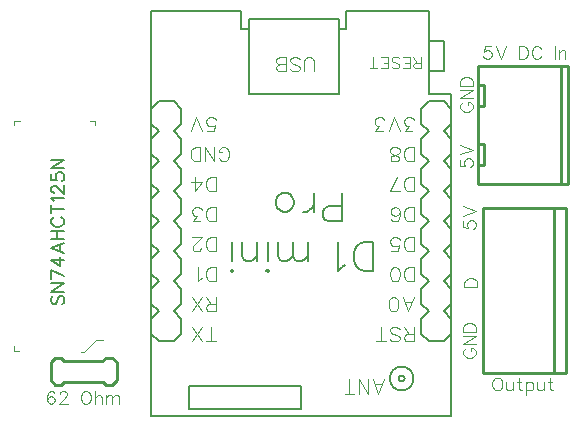
<source format=gto>
G04 Layer: TopSilkLayer*
G04 EasyEDA v6.4.25, 2021-11-13T16:36:47+01:00*
G04 fbf2b491685049a8bfad643619c64f1f,1776d3e4676a440d9a66004cab294cc2,10*
G04 Gerber Generator version 0.2*
G04 Scale: 100 percent, Rotated: No, Reflected: No *
G04 Dimensions in millimeters *
G04 leading zeros omitted , absolute positions ,4 integer and 5 decimal *
%FSLAX45Y45*%
%MOMM*%

%ADD10C,0.2540*%
%ADD18C,0.1001*%
%ADD19C,0.1270*%
%ADD20C,0.1500*%
%ADD21C,0.1010*%
%ADD22C,0.1016*%
%ADD23C,0.0813*%
%ADD24C,0.2032*%

%LPD*%
D20*
X560831Y1355344D02*
G01*
X550418Y1344929D01*
X545337Y1329436D01*
X545337Y1308607D01*
X550418Y1293113D01*
X560831Y1282700D01*
X571245Y1282700D01*
X581660Y1287779D01*
X586739Y1293113D01*
X591820Y1303528D01*
X602234Y1334515D01*
X607568Y1344929D01*
X612647Y1350010D01*
X623062Y1355344D01*
X638555Y1355344D01*
X648970Y1344929D01*
X654050Y1329436D01*
X654050Y1308607D01*
X648970Y1293113D01*
X638555Y1282700D01*
X545337Y1389634D02*
G01*
X654050Y1389634D01*
X545337Y1389634D02*
G01*
X654050Y1462023D01*
X545337Y1462023D02*
G01*
X654050Y1462023D01*
X545337Y1568957D02*
G01*
X654050Y1517142D01*
X545337Y1496313D02*
G01*
X545337Y1568957D01*
X545337Y1655063D02*
G01*
X617981Y1603247D01*
X617981Y1680971D01*
X545337Y1655063D02*
G01*
X654050Y1655063D01*
X545337Y1756663D02*
G01*
X654050Y1715262D01*
X545337Y1756663D02*
G01*
X654050Y1798320D01*
X617981Y1730755D02*
G01*
X617981Y1782571D01*
X545337Y1832355D02*
G01*
X654050Y1832355D01*
X545337Y1905000D02*
G01*
X654050Y1905000D01*
X597154Y1832355D02*
G01*
X597154Y1905000D01*
X571245Y2017013D02*
G01*
X560831Y2011934D01*
X550418Y2001520D01*
X545337Y1991105D01*
X545337Y1970531D01*
X550418Y1960118D01*
X560831Y1949704D01*
X571245Y1944370D01*
X586739Y1939289D01*
X612647Y1939289D01*
X628142Y1944370D01*
X638555Y1949704D01*
X648970Y1960118D01*
X654050Y1970531D01*
X654050Y1991105D01*
X648970Y2001520D01*
X638555Y2011934D01*
X628142Y2017013D01*
X545337Y2087626D02*
G01*
X654050Y2087626D01*
X545337Y2051304D02*
G01*
X545337Y2123947D01*
X565912Y2158237D02*
G01*
X560831Y2168652D01*
X545337Y2184145D01*
X654050Y2184145D01*
X571245Y2223515D02*
G01*
X565912Y2223515D01*
X555752Y2228595D01*
X550418Y2233929D01*
X545337Y2244344D01*
X545337Y2264918D01*
X550418Y2275331D01*
X555752Y2280665D01*
X565912Y2285745D01*
X576326Y2285745D01*
X586739Y2280665D01*
X602234Y2270252D01*
X654050Y2218436D01*
X654050Y2290826D01*
X545337Y2387345D02*
G01*
X545337Y2335529D01*
X591820Y2330450D01*
X586739Y2335529D01*
X581660Y2351023D01*
X581660Y2366771D01*
X586739Y2382265D01*
X597154Y2392679D01*
X612647Y2397760D01*
X623062Y2397760D01*
X638555Y2392679D01*
X648970Y2382265D01*
X654050Y2366771D01*
X654050Y2351023D01*
X648970Y2335529D01*
X643889Y2330450D01*
X633476Y2325115D01*
X545337Y2432050D02*
G01*
X654050Y2432050D01*
X545337Y2432050D02*
G01*
X654050Y2504694D01*
X545337Y2504694D02*
G01*
X654050Y2504694D01*
D21*
X4005138Y2505430D02*
G01*
X4005138Y2453614D01*
X4051620Y2448280D01*
X4046540Y2453614D01*
X4041460Y2469108D01*
X4041460Y2484602D01*
X4046540Y2500350D01*
X4056954Y2510510D01*
X4072448Y2515844D01*
X4082862Y2515844D01*
X4098356Y2510510D01*
X4108770Y2500350D01*
X4113850Y2484602D01*
X4113850Y2469108D01*
X4108770Y2453614D01*
X4103690Y2448280D01*
X4093276Y2443200D01*
X4005138Y2550134D02*
G01*
X4113850Y2591536D01*
X4005138Y2632938D02*
G01*
X4113850Y2591536D01*
X4031046Y2990824D02*
G01*
X4020632Y2985744D01*
X4010218Y2975330D01*
X4005138Y2964916D01*
X4005138Y2944342D01*
X4010218Y2933928D01*
X4020632Y2923514D01*
X4031046Y2918180D01*
X4046540Y2913100D01*
X4072448Y2913100D01*
X4087942Y2918180D01*
X4098356Y2923514D01*
X4108770Y2933928D01*
X4113850Y2944342D01*
X4113850Y2964916D01*
X4108770Y2975330D01*
X4098356Y2985744D01*
X4087942Y2990824D01*
X4072448Y2990824D01*
X4072448Y2964916D02*
G01*
X4072448Y2990824D01*
X4005138Y3025114D02*
G01*
X4113850Y3025114D01*
X4005138Y3025114D02*
G01*
X4113850Y3097758D01*
X4005138Y3097758D02*
G01*
X4113850Y3097758D01*
X4005138Y3132048D02*
G01*
X4113850Y3132048D01*
X4005138Y3132048D02*
G01*
X4005138Y3168370D01*
X4010218Y3183864D01*
X4020632Y3194278D01*
X4031046Y3199358D01*
X4046540Y3204692D01*
X4072448Y3204692D01*
X4087942Y3199358D01*
X4098356Y3194278D01*
X4108770Y3183864D01*
X4113850Y3168370D01*
X4113850Y3132048D01*
X4030538Y1984730D02*
G01*
X4030538Y1932914D01*
X4077020Y1927580D01*
X4071940Y1932914D01*
X4066860Y1948408D01*
X4066860Y1963902D01*
X4071940Y1979650D01*
X4082354Y1989810D01*
X4097848Y1995144D01*
X4108262Y1995144D01*
X4123756Y1989810D01*
X4134170Y1979650D01*
X4139250Y1963902D01*
X4139250Y1948408D01*
X4134170Y1932914D01*
X4129090Y1927580D01*
X4118676Y1922500D01*
X4030538Y2029434D02*
G01*
X4139250Y2070836D01*
X4030538Y2112238D02*
G01*
X4139250Y2070836D01*
X4056446Y908024D02*
G01*
X4046032Y902944D01*
X4035618Y892530D01*
X4030538Y882116D01*
X4030538Y861542D01*
X4035618Y851128D01*
X4046032Y840714D01*
X4056446Y835380D01*
X4071940Y830300D01*
X4097848Y830300D01*
X4113342Y835380D01*
X4123756Y840714D01*
X4134170Y851128D01*
X4139250Y861542D01*
X4139250Y882116D01*
X4134170Y892530D01*
X4123756Y902944D01*
X4113342Y908024D01*
X4097848Y908024D01*
X4097848Y882116D02*
G01*
X4097848Y908024D01*
X4030538Y942314D02*
G01*
X4139250Y942314D01*
X4030538Y942314D02*
G01*
X4139250Y1014958D01*
X4030538Y1014958D02*
G01*
X4139250Y1014958D01*
X4030538Y1049248D02*
G01*
X4139250Y1049248D01*
X4030538Y1049248D02*
G01*
X4030538Y1085570D01*
X4035618Y1101064D01*
X4046032Y1111478D01*
X4056446Y1116558D01*
X4071940Y1121892D01*
X4097848Y1121892D01*
X4113342Y1116558D01*
X4123756Y1111478D01*
X4134170Y1101064D01*
X4139250Y1085570D01*
X4139250Y1049248D01*
X4043151Y1427286D02*
G01*
X4152117Y1427286D01*
X4043151Y1427286D02*
G01*
X4043151Y1463608D01*
X4048231Y1479102D01*
X4058645Y1489516D01*
X4069059Y1494596D01*
X4084553Y1499930D01*
X4110461Y1499930D01*
X4126209Y1494596D01*
X4136623Y1489516D01*
X4146783Y1479102D01*
X4152117Y1463608D01*
X4152117Y1427286D01*
X4265929Y3467862D02*
G01*
X4214113Y3467862D01*
X4208779Y3421379D01*
X4214113Y3426460D01*
X4229608Y3431539D01*
X4245102Y3431539D01*
X4260850Y3426460D01*
X4271009Y3416045D01*
X4276343Y3400552D01*
X4276343Y3390137D01*
X4271009Y3374644D01*
X4260850Y3364229D01*
X4245102Y3359150D01*
X4229608Y3359150D01*
X4214113Y3364229D01*
X4208779Y3369310D01*
X4203700Y3379723D01*
X4310634Y3467862D02*
G01*
X4352036Y3359150D01*
X4393438Y3467862D02*
G01*
X4352036Y3359150D01*
X4507738Y3467862D02*
G01*
X4507738Y3359150D01*
X4507738Y3467862D02*
G01*
X4543806Y3467862D01*
X4559554Y3462781D01*
X4569968Y3452368D01*
X4575047Y3441954D01*
X4580127Y3426460D01*
X4580127Y3400552D01*
X4575047Y3385057D01*
X4569968Y3374644D01*
X4559554Y3364229D01*
X4543806Y3359150D01*
X4507738Y3359150D01*
X4692141Y3441954D02*
G01*
X4687061Y3452368D01*
X4676647Y3462781D01*
X4666234Y3467862D01*
X4645659Y3467862D01*
X4635245Y3462781D01*
X4624831Y3452368D01*
X4619752Y3441954D01*
X4614418Y3426460D01*
X4614418Y3400552D01*
X4619752Y3385057D01*
X4624831Y3374644D01*
X4635245Y3364229D01*
X4645659Y3359150D01*
X4666234Y3359150D01*
X4676647Y3364229D01*
X4687061Y3374644D01*
X4692141Y3385057D01*
X4806441Y3467862D02*
G01*
X4806441Y3359150D01*
X4840477Y3431539D02*
G01*
X4840477Y3359150D01*
X4840477Y3410965D02*
G01*
X4856225Y3426460D01*
X4866640Y3431539D01*
X4882134Y3431539D01*
X4892547Y3426460D01*
X4897627Y3410965D01*
X4897627Y3359150D01*
X4311075Y661187D02*
G01*
X4300661Y656107D01*
X4290247Y645693D01*
X4285167Y635279D01*
X4279833Y619785D01*
X4279833Y593877D01*
X4285167Y578129D01*
X4290247Y567969D01*
X4300661Y557555D01*
X4311075Y552221D01*
X4331649Y552221D01*
X4342063Y557555D01*
X4352477Y567969D01*
X4357811Y578129D01*
X4362891Y593877D01*
X4362891Y619785D01*
X4357811Y635279D01*
X4352477Y645693D01*
X4342063Y656107D01*
X4331649Y661187D01*
X4311075Y661187D01*
X4397181Y624865D02*
G01*
X4397181Y573049D01*
X4402261Y557555D01*
X4412675Y552221D01*
X4428169Y552221D01*
X4438583Y557555D01*
X4454077Y573049D01*
X4454077Y624865D02*
G01*
X4454077Y552221D01*
X4503861Y661187D02*
G01*
X4503861Y573049D01*
X4509195Y557555D01*
X4519609Y552221D01*
X4529769Y552221D01*
X4488367Y624865D02*
G01*
X4524689Y624865D01*
X4564059Y624865D02*
G01*
X4564059Y515899D01*
X4564059Y609371D02*
G01*
X4574473Y619785D01*
X4584887Y624865D01*
X4600381Y624865D01*
X4610795Y619785D01*
X4621209Y609371D01*
X4626289Y593877D01*
X4626289Y583463D01*
X4621209Y567969D01*
X4610795Y557555D01*
X4600381Y552221D01*
X4584887Y552221D01*
X4574473Y557555D01*
X4564059Y567969D01*
X4660579Y624865D02*
G01*
X4660579Y573049D01*
X4665659Y557555D01*
X4676073Y552221D01*
X4691821Y552221D01*
X4701981Y557555D01*
X4717729Y573049D01*
X4717729Y624865D02*
G01*
X4717729Y552221D01*
X4767513Y661187D02*
G01*
X4767513Y573049D01*
X4772593Y557555D01*
X4783007Y552221D01*
X4793421Y552221D01*
X4751765Y624865D02*
G01*
X4788087Y624865D01*
X570229Y531368D02*
G01*
X565150Y541781D01*
X549402Y546862D01*
X539242Y546862D01*
X523494Y541781D01*
X513079Y526287D01*
X508000Y500379D01*
X508000Y474218D01*
X513079Y453644D01*
X523494Y443229D01*
X539242Y438150D01*
X544321Y438150D01*
X559815Y443229D01*
X570229Y453644D01*
X575310Y469137D01*
X575310Y474218D01*
X570229Y489965D01*
X559815Y500379D01*
X544321Y505460D01*
X539242Y505460D01*
X523494Y500379D01*
X513079Y489965D01*
X508000Y474218D01*
X614934Y520954D02*
G01*
X614934Y526287D01*
X620013Y536447D01*
X625094Y541781D01*
X635507Y546862D01*
X656336Y546862D01*
X666750Y541781D01*
X671829Y536447D01*
X677163Y526287D01*
X677163Y515873D01*
X671829Y505460D01*
X661415Y489965D01*
X609600Y438150D01*
X682244Y438150D01*
X827531Y546862D02*
G01*
X817118Y541781D01*
X806704Y531368D01*
X801623Y520954D01*
X796289Y505460D01*
X796289Y479552D01*
X801623Y464057D01*
X806704Y453644D01*
X817118Y443229D01*
X827531Y438150D01*
X848105Y438150D01*
X858520Y443229D01*
X868934Y453644D01*
X874268Y464057D01*
X879347Y479552D01*
X879347Y505460D01*
X874268Y520954D01*
X868934Y531368D01*
X858520Y541781D01*
X848105Y546862D01*
X827531Y546862D01*
X913637Y546862D02*
G01*
X913637Y438150D01*
X913637Y489965D02*
G01*
X929131Y505460D01*
X939545Y510539D01*
X955039Y510539D01*
X965454Y505460D01*
X970534Y489965D01*
X970534Y438150D01*
X1004823Y510539D02*
G01*
X1004823Y438150D01*
X1004823Y489965D02*
G01*
X1020318Y505460D01*
X1030731Y510539D01*
X1046226Y510539D01*
X1056639Y505460D01*
X1061973Y489965D01*
X1061973Y438150D01*
X1061973Y489965D02*
G01*
X1077468Y505460D01*
X1087881Y510539D01*
X1103376Y510539D01*
X1113789Y505460D01*
X1118870Y489965D01*
X1118870Y438150D01*
D22*
X3612200Y2238730D02*
G01*
X3612200Y2360142D01*
X3612200Y2238730D02*
G01*
X3571814Y2238730D01*
X3554542Y2244572D01*
X3542858Y2256256D01*
X3537270Y2267686D01*
X3531428Y2284958D01*
X3531428Y2313914D01*
X3537270Y2331186D01*
X3542858Y2342870D01*
X3554542Y2354300D01*
X3571814Y2360142D01*
X3612200Y2360142D01*
X3412556Y2238730D02*
G01*
X3470214Y2360142D01*
X3493328Y2238730D02*
G01*
X3412556Y2238730D01*
X3612200Y1984730D02*
G01*
X3612200Y2106142D01*
X3612200Y1984730D02*
G01*
X3571814Y1984730D01*
X3554542Y1990572D01*
X3542858Y2002256D01*
X3537270Y2013686D01*
X3531428Y2030958D01*
X3531428Y2059914D01*
X3537270Y2077186D01*
X3542858Y2088870D01*
X3554542Y2100300D01*
X3571814Y2106142D01*
X3612200Y2106142D01*
X3423986Y2002256D02*
G01*
X3429828Y1990572D01*
X3447100Y1984730D01*
X3458530Y1984730D01*
X3476056Y1990572D01*
X3487486Y2007844D01*
X3493328Y2036800D01*
X3493328Y2065756D01*
X3487486Y2088870D01*
X3476056Y2100300D01*
X3458530Y2106142D01*
X3452942Y2106142D01*
X3435670Y2100300D01*
X3423986Y2088870D01*
X3418144Y2071344D01*
X3418144Y2065756D01*
X3423986Y2048230D01*
X3435670Y2036800D01*
X3452942Y2030958D01*
X3458530Y2030958D01*
X3476056Y2036800D01*
X3487486Y2048230D01*
X3493328Y2065756D01*
X3612200Y1730730D02*
G01*
X3612200Y1852142D01*
X3612200Y1730730D02*
G01*
X3571814Y1730730D01*
X3554542Y1736572D01*
X3542858Y1748256D01*
X3537270Y1759686D01*
X3531428Y1776958D01*
X3531428Y1805914D01*
X3537270Y1823186D01*
X3542858Y1834870D01*
X3554542Y1846300D01*
X3571814Y1852142D01*
X3612200Y1852142D01*
X3423986Y1730730D02*
G01*
X3481644Y1730730D01*
X3487486Y1782800D01*
X3481644Y1776958D01*
X3464372Y1771370D01*
X3447100Y1771370D01*
X3429828Y1776958D01*
X3418144Y1788642D01*
X3412556Y1805914D01*
X3412556Y1817344D01*
X3418144Y1834870D01*
X3429828Y1846300D01*
X3447100Y1852142D01*
X3464372Y1852142D01*
X3481644Y1846300D01*
X3487486Y1840458D01*
X3493328Y1829028D01*
X3612200Y2492730D02*
G01*
X3612200Y2614142D01*
X3612200Y2492730D02*
G01*
X3571814Y2492730D01*
X3554542Y2498572D01*
X3542858Y2510256D01*
X3537270Y2521686D01*
X3531428Y2538958D01*
X3531428Y2567914D01*
X3537270Y2585186D01*
X3542858Y2596870D01*
X3554542Y2608300D01*
X3571814Y2614142D01*
X3612200Y2614142D01*
X3464372Y2492730D02*
G01*
X3481644Y2498572D01*
X3487486Y2510256D01*
X3487486Y2521686D01*
X3481644Y2533370D01*
X3470214Y2538958D01*
X3447100Y2544800D01*
X3429828Y2550642D01*
X3418144Y2562072D01*
X3412556Y2573756D01*
X3412556Y2591028D01*
X3418144Y2602458D01*
X3423986Y2608300D01*
X3441258Y2614142D01*
X3464372Y2614142D01*
X3481644Y2608300D01*
X3487486Y2602458D01*
X3493328Y2591028D01*
X3493328Y2573756D01*
X3487486Y2562072D01*
X3476056Y2550642D01*
X3458530Y2544800D01*
X3435670Y2538958D01*
X3423986Y2533370D01*
X3418144Y2521686D01*
X3418144Y2510256D01*
X3423986Y2498572D01*
X3441258Y2492730D01*
X3464372Y2492730D01*
X3600770Y2746730D02*
G01*
X3537270Y2746730D01*
X3571814Y2792958D01*
X3554542Y2792958D01*
X3542858Y2798800D01*
X3537270Y2804642D01*
X3531428Y2821914D01*
X3531428Y2833344D01*
X3537270Y2850870D01*
X3548700Y2862300D01*
X3565972Y2868142D01*
X3583244Y2868142D01*
X3600770Y2862300D01*
X3606358Y2856458D01*
X3612200Y2845028D01*
X3493328Y2746730D02*
G01*
X3447100Y2868142D01*
X3400872Y2746730D02*
G01*
X3447100Y2868142D01*
X3351342Y2746730D02*
G01*
X3287842Y2746730D01*
X3322386Y2792958D01*
X3305114Y2792958D01*
X3293430Y2798800D01*
X3287842Y2804642D01*
X3282000Y2821914D01*
X3282000Y2833344D01*
X3287842Y2850870D01*
X3299272Y2862300D01*
X3316544Y2868142D01*
X3334070Y2868142D01*
X3351342Y2862300D01*
X3356930Y2856458D01*
X3362772Y2845028D01*
X3612200Y1476730D02*
G01*
X3612200Y1598142D01*
X3612200Y1476730D02*
G01*
X3571814Y1476730D01*
X3554542Y1482572D01*
X3542858Y1494256D01*
X3537270Y1505686D01*
X3531428Y1522958D01*
X3531428Y1551914D01*
X3537270Y1569186D01*
X3542858Y1580870D01*
X3554542Y1592300D01*
X3571814Y1598142D01*
X3612200Y1598142D01*
X3458530Y1476730D02*
G01*
X3476056Y1482572D01*
X3487486Y1499844D01*
X3493328Y1528800D01*
X3493328Y1546072D01*
X3487486Y1575028D01*
X3476056Y1592300D01*
X3458530Y1598142D01*
X3447100Y1598142D01*
X3429828Y1592300D01*
X3418144Y1575028D01*
X3412556Y1546072D01*
X3412556Y1528800D01*
X3418144Y1499844D01*
X3429828Y1482572D01*
X3447100Y1476730D01*
X3458530Y1476730D01*
X3565972Y1222730D02*
G01*
X3612200Y1344142D01*
X3565972Y1222730D02*
G01*
X3519744Y1344142D01*
X3594928Y1303756D02*
G01*
X3537270Y1303756D01*
X3447100Y1222730D02*
G01*
X3464372Y1228572D01*
X3476056Y1245844D01*
X3481644Y1274800D01*
X3481644Y1292072D01*
X3476056Y1321028D01*
X3464372Y1338300D01*
X3447100Y1344142D01*
X3435670Y1344142D01*
X3418144Y1338300D01*
X3406714Y1321028D01*
X3400872Y1292072D01*
X3400872Y1274800D01*
X3406714Y1245844D01*
X3418144Y1228572D01*
X3435670Y1222730D01*
X3447100Y1222730D01*
X3612200Y968730D02*
G01*
X3612200Y1090142D01*
X3612200Y968730D02*
G01*
X3560130Y968730D01*
X3542858Y974572D01*
X3537270Y980414D01*
X3531428Y991844D01*
X3531428Y1003528D01*
X3537270Y1014958D01*
X3542858Y1020800D01*
X3560130Y1026642D01*
X3612200Y1026642D01*
X3571814Y1026642D02*
G01*
X3531428Y1090142D01*
X3412556Y986256D02*
G01*
X3423986Y974572D01*
X3441258Y968730D01*
X3464372Y968730D01*
X3481644Y974572D01*
X3493328Y986256D01*
X3493328Y997686D01*
X3487486Y1009370D01*
X3481644Y1014958D01*
X3470214Y1020800D01*
X3435670Y1032230D01*
X3423986Y1038072D01*
X3418144Y1043914D01*
X3412556Y1055344D01*
X3412556Y1072870D01*
X3423986Y1084300D01*
X3441258Y1090142D01*
X3464372Y1090142D01*
X3481644Y1084300D01*
X3493328Y1072870D01*
X3334070Y968730D02*
G01*
X3334070Y1090142D01*
X3374456Y968730D02*
G01*
X3293430Y968730D01*
X1895414Y968730D02*
G01*
X1895414Y1090142D01*
X1935800Y968730D02*
G01*
X1855028Y968730D01*
X1816928Y968730D02*
G01*
X1736156Y1090142D01*
X1736156Y968730D02*
G01*
X1816928Y1090142D01*
X1935800Y1222730D02*
G01*
X1935800Y1344142D01*
X1935800Y1222730D02*
G01*
X1883730Y1222730D01*
X1866458Y1228572D01*
X1860870Y1234414D01*
X1855028Y1245844D01*
X1855028Y1257528D01*
X1860870Y1268958D01*
X1866458Y1274800D01*
X1883730Y1280642D01*
X1935800Y1280642D01*
X1895414Y1280642D02*
G01*
X1855028Y1344142D01*
X1816928Y1222730D02*
G01*
X1736156Y1344142D01*
X1736156Y1222730D02*
G01*
X1816928Y1344142D01*
X1935800Y1476730D02*
G01*
X1935800Y1598142D01*
X1935800Y1476730D02*
G01*
X1895414Y1476730D01*
X1878142Y1482572D01*
X1866458Y1494256D01*
X1860870Y1505686D01*
X1855028Y1522958D01*
X1855028Y1551914D01*
X1860870Y1569186D01*
X1866458Y1580870D01*
X1878142Y1592300D01*
X1895414Y1598142D01*
X1935800Y1598142D01*
X1816928Y1499844D02*
G01*
X1805244Y1494256D01*
X1787972Y1476730D01*
X1787972Y1598142D01*
X1935800Y1730730D02*
G01*
X1935800Y1852142D01*
X1935800Y1730730D02*
G01*
X1895414Y1730730D01*
X1878142Y1736572D01*
X1866458Y1748256D01*
X1860870Y1759686D01*
X1855028Y1776958D01*
X1855028Y1805914D01*
X1860870Y1823186D01*
X1866458Y1834870D01*
X1878142Y1846300D01*
X1895414Y1852142D01*
X1935800Y1852142D01*
X1811086Y1759686D02*
G01*
X1811086Y1753844D01*
X1805244Y1742414D01*
X1799656Y1736572D01*
X1787972Y1730730D01*
X1764858Y1730730D01*
X1753428Y1736572D01*
X1747586Y1742414D01*
X1741744Y1753844D01*
X1741744Y1765528D01*
X1747586Y1776958D01*
X1759270Y1794230D01*
X1816928Y1852142D01*
X1736156Y1852142D01*
X1935800Y1984730D02*
G01*
X1935800Y2106142D01*
X1935800Y1984730D02*
G01*
X1895414Y1984730D01*
X1878142Y1990572D01*
X1866458Y2002256D01*
X1860870Y2013686D01*
X1855028Y2030958D01*
X1855028Y2059914D01*
X1860870Y2077186D01*
X1866458Y2088870D01*
X1878142Y2100300D01*
X1895414Y2106142D01*
X1935800Y2106142D01*
X1805244Y1984730D02*
G01*
X1741744Y1984730D01*
X1776542Y2030958D01*
X1759270Y2030958D01*
X1747586Y2036800D01*
X1741744Y2042642D01*
X1736156Y2059914D01*
X1736156Y2071344D01*
X1741744Y2088870D01*
X1753428Y2100300D01*
X1770700Y2106142D01*
X1787972Y2106142D01*
X1805244Y2100300D01*
X1811086Y2094458D01*
X1816928Y2083028D01*
X1935800Y2238730D02*
G01*
X1935800Y2360142D01*
X1935800Y2238730D02*
G01*
X1895414Y2238730D01*
X1878142Y2244572D01*
X1866458Y2256256D01*
X1860870Y2267686D01*
X1855028Y2284958D01*
X1855028Y2313914D01*
X1860870Y2331186D01*
X1866458Y2342870D01*
X1878142Y2354300D01*
X1895414Y2360142D01*
X1935800Y2360142D01*
X1759270Y2238730D02*
G01*
X1816928Y2319756D01*
X1730314Y2319756D01*
X1759270Y2238730D02*
G01*
X1759270Y2360142D01*
X1963486Y2521686D02*
G01*
X1969328Y2510256D01*
X1980758Y2498572D01*
X1992442Y2492730D01*
X2015556Y2492730D01*
X2026986Y2498572D01*
X2038670Y2510256D01*
X2044258Y2521686D01*
X2050100Y2538958D01*
X2050100Y2567914D01*
X2044258Y2585186D01*
X2038670Y2596870D01*
X2026986Y2608300D01*
X2015556Y2614142D01*
X1992442Y2614142D01*
X1980758Y2608300D01*
X1969328Y2596870D01*
X1963486Y2585186D01*
X1963486Y2567914D01*
X1992442Y2567914D02*
G01*
X1963486Y2567914D01*
X1925386Y2492730D02*
G01*
X1925386Y2614142D01*
X1925386Y2492730D02*
G01*
X1844614Y2614142D01*
X1844614Y2492730D02*
G01*
X1844614Y2614142D01*
X1806514Y2492730D02*
G01*
X1806514Y2614142D01*
X1806514Y2492730D02*
G01*
X1766128Y2492730D01*
X1748856Y2498572D01*
X1737172Y2510256D01*
X1731330Y2521686D01*
X1725742Y2538958D01*
X1725742Y2567914D01*
X1731330Y2585186D01*
X1737172Y2596870D01*
X1748856Y2608300D01*
X1766128Y2614142D01*
X1806514Y2614142D01*
X1866458Y2746730D02*
G01*
X1924370Y2746730D01*
X1929958Y2798800D01*
X1924370Y2792958D01*
X1906844Y2787370D01*
X1889572Y2787370D01*
X1872300Y2792958D01*
X1860870Y2804642D01*
X1855028Y2821914D01*
X1855028Y2833344D01*
X1860870Y2850870D01*
X1872300Y2862300D01*
X1889572Y2868142D01*
X1906844Y2868142D01*
X1924370Y2862300D01*
X1929958Y2856458D01*
X1935800Y2845028D01*
X1816928Y2746730D02*
G01*
X1770700Y2868142D01*
X1724472Y2746730D02*
G01*
X1770700Y2868142D01*
X3311972Y524230D02*
G01*
X3358200Y645642D01*
X3311972Y524230D02*
G01*
X3265744Y645642D01*
X3340928Y605256D02*
G01*
X3283270Y605256D01*
X3227644Y524230D02*
G01*
X3227644Y645642D01*
X3227644Y524230D02*
G01*
X3146872Y645642D01*
X3146872Y524230D02*
G01*
X3146872Y645642D01*
X3068386Y524230D02*
G01*
X3068386Y645642D01*
X3108772Y524230D02*
G01*
X3028000Y524230D01*
X2767650Y3254730D02*
G01*
X2767650Y3341344D01*
X2761808Y3358870D01*
X2750378Y3370300D01*
X2733106Y3376142D01*
X2721422Y3376142D01*
X2704150Y3370300D01*
X2692720Y3358870D01*
X2686878Y3341344D01*
X2686878Y3254730D01*
X2568006Y3272256D02*
G01*
X2579436Y3260572D01*
X2596708Y3254730D01*
X2619822Y3254730D01*
X2637094Y3260572D01*
X2648778Y3272256D01*
X2648778Y3283686D01*
X2642936Y3295370D01*
X2637094Y3300958D01*
X2625664Y3306800D01*
X2591120Y3318230D01*
X2579436Y3324072D01*
X2573594Y3329914D01*
X2568006Y3341344D01*
X2568006Y3358870D01*
X2579436Y3370300D01*
X2596708Y3376142D01*
X2619822Y3376142D01*
X2637094Y3370300D01*
X2648778Y3358870D01*
X2529906Y3254730D02*
G01*
X2529906Y3376142D01*
X2529906Y3254730D02*
G01*
X2477836Y3254730D01*
X2460564Y3260572D01*
X2454722Y3266414D01*
X2448880Y3277844D01*
X2448880Y3289528D01*
X2454722Y3300958D01*
X2460564Y3306800D01*
X2477836Y3312642D01*
X2529906Y3312642D02*
G01*
X2477836Y3312642D01*
X2460564Y3318230D01*
X2454722Y3324072D01*
X2448880Y3335756D01*
X2448880Y3353028D01*
X2454722Y3364458D01*
X2460564Y3370300D01*
X2477836Y3376142D01*
X2529906Y3376142D01*
D23*
X3675700Y3280384D02*
G01*
X3675700Y3377412D01*
X3675700Y3280384D02*
G01*
X3634044Y3280384D01*
X3620328Y3285210D01*
X3615756Y3289782D01*
X3610930Y3298926D01*
X3610930Y3308070D01*
X3615756Y3317468D01*
X3620328Y3322040D01*
X3634044Y3326612D01*
X3675700Y3326612D01*
X3643442Y3326612D02*
G01*
X3610930Y3377412D01*
X3580450Y3280384D02*
G01*
X3580450Y3377412D01*
X3580450Y3280384D02*
G01*
X3520506Y3280384D01*
X3580450Y3326612D02*
G01*
X3543620Y3326612D01*
X3580450Y3377412D02*
G01*
X3520506Y3377412D01*
X3425510Y3294354D02*
G01*
X3434654Y3285210D01*
X3448370Y3280384D01*
X3466912Y3280384D01*
X3480882Y3285210D01*
X3490026Y3294354D01*
X3490026Y3303498D01*
X3485454Y3312896D01*
X3480882Y3317468D01*
X3471484Y3322040D01*
X3443798Y3331184D01*
X3434654Y3336010D01*
X3430082Y3340582D01*
X3425510Y3349726D01*
X3425510Y3363696D01*
X3434654Y3372840D01*
X3448370Y3377412D01*
X3466912Y3377412D01*
X3480882Y3372840D01*
X3490026Y3363696D01*
X3395030Y3280384D02*
G01*
X3395030Y3377412D01*
X3395030Y3280384D02*
G01*
X3334832Y3280384D01*
X3395030Y3326612D02*
G01*
X3357946Y3326612D01*
X3395030Y3377412D02*
G01*
X3334832Y3377412D01*
X3272094Y3280384D02*
G01*
X3272094Y3377412D01*
X3304352Y3280384D02*
G01*
X3239836Y3280384D01*
D24*
X3002600Y1983714D02*
G01*
X3002600Y2226030D01*
X3002600Y1983714D02*
G01*
X2898714Y1983714D01*
X2864170Y1995144D01*
X2852486Y2006828D01*
X2841056Y2029942D01*
X2841056Y2064486D01*
X2852486Y2087600D01*
X2864170Y2099030D01*
X2898714Y2110714D01*
X3002600Y2110714D01*
X2764856Y2064486D02*
G01*
X2764856Y2226030D01*
X2764856Y2133828D02*
G01*
X2753172Y2099030D01*
X2730058Y2076170D01*
X2706944Y2064486D01*
X2672400Y2064486D01*
X2538542Y2064486D02*
G01*
X2561656Y2076170D01*
X2584770Y2099030D01*
X2596200Y2133828D01*
X2596200Y2156942D01*
X2584770Y2191486D01*
X2561656Y2214600D01*
X2538542Y2226030D01*
X2503744Y2226030D01*
X2480630Y2214600D01*
X2457770Y2191486D01*
X2446086Y2156942D01*
X2446086Y2133828D01*
X2457770Y2099030D01*
X2480630Y2076170D01*
X2503744Y2064486D01*
X2538542Y2064486D01*
X3269300Y1564614D02*
G01*
X3269300Y1806930D01*
X3269300Y1564614D02*
G01*
X3188528Y1564614D01*
X3153730Y1576044D01*
X3130870Y1599158D01*
X3119186Y1622272D01*
X3107756Y1657070D01*
X3107756Y1714728D01*
X3119186Y1749272D01*
X3130870Y1772386D01*
X3153730Y1795500D01*
X3188528Y1806930D01*
X3269300Y1806930D01*
X3031556Y1610842D02*
G01*
X3008442Y1599158D01*
X2973644Y1564614D01*
X2973644Y1806930D01*
X2719644Y1645386D02*
G01*
X2719644Y1806930D01*
X2719644Y1691614D02*
G01*
X2685100Y1657070D01*
X2661986Y1645386D01*
X2627442Y1645386D01*
X2604328Y1657070D01*
X2592644Y1691614D01*
X2592644Y1806930D01*
X2592644Y1691614D02*
G01*
X2558100Y1657070D01*
X2534986Y1645386D01*
X2500442Y1645386D01*
X2477328Y1657070D01*
X2465644Y1691614D01*
X2465644Y1806930D01*
X2389444Y1564614D02*
G01*
X2378014Y1576044D01*
X2366330Y1564614D01*
X2378014Y1552930D01*
X2389444Y1564614D01*
X2378014Y1645386D02*
G01*
X2378014Y1806930D01*
X2290130Y1645386D02*
G01*
X2290130Y1806930D01*
X2290130Y1691614D02*
G01*
X2255586Y1657070D01*
X2232472Y1645386D01*
X2197928Y1645386D01*
X2174814Y1657070D01*
X2163130Y1691614D01*
X2163130Y1806930D01*
X2086930Y1564614D02*
G01*
X2075500Y1576044D01*
X2064070Y1564614D01*
X2075500Y1552930D01*
X2086930Y1564614D01*
X2075500Y1645386D02*
G01*
X2075500Y1806930D01*
D10*
X4159996Y2300000D02*
G01*
X4159996Y3299998D01*
X4919990Y3299998D01*
X4919990Y2300000D01*
X4159996Y2300000D01*
X4859997Y2299997D02*
G01*
X4859997Y3299998D01*
X4169801Y2460002D02*
G01*
X4210004Y2460002D01*
X4210001Y2639997D01*
X4169801Y2639997D01*
X4169801Y2960001D02*
G01*
X4210004Y2960001D01*
X4210004Y3139998D01*
X4169801Y3139998D01*
X538800Y639800D02*
G01*
X538800Y792200D01*
X576900Y830300D01*
X627700Y830300D01*
X653100Y804900D01*
X983300Y804900D01*
X984062Y805662D01*
X1008700Y830300D01*
X1059500Y830300D01*
X1097600Y792200D01*
X1097600Y639800D01*
X538800Y792200D02*
G01*
X538800Y639800D01*
X576900Y601700D01*
X627700Y601700D01*
X653100Y627100D01*
X983300Y627100D01*
X1008700Y601700D01*
X1059500Y601700D01*
X1097600Y639800D01*
X1097600Y792200D01*
X4200001Y2099988D02*
G01*
X4900000Y2099988D01*
X4900000Y699990D01*
X4200001Y699990D01*
X4200001Y2099988D01*
X4800000Y2099988D02*
G01*
X4900000Y2099988D01*
X4900000Y699990D01*
X4800000Y699990D01*
X4800000Y2099988D01*
D18*
X961100Y975512D02*
G01*
X986094Y975512D01*
X793104Y875512D02*
G01*
X823102Y875512D01*
X923102Y975512D01*
X960109Y975512D01*
X233111Y925499D02*
G01*
X233111Y885494D01*
X273090Y885494D01*
X283098Y2835503D02*
G01*
X233111Y2835503D01*
X233111Y2795498D01*
X913094Y2795498D02*
G01*
X913094Y2835503D01*
X873089Y2835503D01*
D19*
X3929700Y1795500D02*
G01*
X3866200Y1732000D01*
X3929700Y1668500D01*
X3929700Y1541500D01*
X3866200Y1478000D01*
X3929700Y1414500D01*
X3929700Y1287500D01*
X3866200Y1224000D01*
X3929700Y1160500D01*
X3929700Y1033500D01*
X3866200Y970000D01*
X3739200Y970000D01*
X3675700Y1033500D01*
X3675700Y1160500D01*
X3739200Y1224000D01*
X3675700Y1287500D01*
X3675700Y1414500D01*
X3739200Y1478000D01*
X3675700Y1541500D01*
X3675700Y1668500D01*
X3739200Y1732000D01*
X3675700Y1795500D01*
X3675700Y1922500D01*
X3739200Y1986000D01*
X3675700Y2049500D01*
X3675700Y2176500D01*
X3739200Y2240000D01*
X3675700Y2303500D01*
X3675700Y2430500D01*
X3739200Y2494000D01*
X3675700Y2557500D01*
X3675700Y2684500D01*
X3739200Y2748000D01*
X3675700Y2811500D01*
X3675700Y2938500D01*
X3739200Y3002000D01*
X3866200Y3002000D01*
X3929700Y2938500D01*
X3929700Y1922500D02*
G01*
X3866200Y1986000D01*
X3929700Y2049500D01*
X3929700Y2176500D02*
G01*
X3866200Y2240000D01*
X3929700Y2303500D01*
X3929700Y2430500D02*
G01*
X3866200Y2494000D01*
X3929700Y2557500D01*
X3929700Y2684500D02*
G01*
X3866200Y2748000D01*
X3929700Y2811500D01*
X3929700Y1033500D02*
G01*
X3929700Y335000D01*
X1389700Y335000D01*
X1389700Y1033500D01*
X1389700Y1160500D01*
X1389700Y1287500D01*
X1389700Y1414500D01*
X1389700Y1541500D01*
X1389700Y1668500D01*
X1389700Y3764000D01*
X2151700Y3764000D01*
X2151700Y3611600D01*
X2215200Y3611600D01*
X2215200Y3700500D01*
X2977200Y3700500D01*
X2977200Y3611600D01*
X3040700Y3611600D01*
X3040700Y3764000D01*
X3739200Y3764000D01*
X3739200Y3510000D01*
X3866200Y3510000D01*
X3866200Y3256000D01*
X3739200Y3256000D01*
X3739200Y3065500D01*
X3929700Y3065500D01*
X3929700Y1668500D01*
X3929700Y1541500D02*
G01*
X3929700Y1414500D01*
X3929700Y1287500D02*
G01*
X3929700Y1160500D01*
X1389700Y1668500D02*
G01*
X1453200Y1732000D01*
X1389700Y1795500D01*
X1389700Y1922500D02*
G01*
X1453200Y1986000D01*
X1389700Y2049500D01*
X1389700Y2176500D02*
G01*
X1453200Y2240000D01*
X1389700Y2303500D01*
X1389700Y2430500D02*
G01*
X1453200Y2494000D01*
X1389700Y2557500D01*
X1389700Y2684500D02*
G01*
X1453200Y2748000D01*
X1389700Y2811500D01*
X1389700Y2938500D02*
G01*
X1453200Y3002000D01*
X1580200Y3002000D01*
X1643700Y2938500D01*
X1643700Y2811500D01*
X1580200Y2748000D01*
X1643700Y2684500D01*
X1643700Y2557500D01*
X1580200Y2494000D01*
X1643700Y2430500D01*
X1643700Y2303500D01*
X1580200Y2240000D01*
X1643700Y2176500D01*
X1643700Y2049500D01*
X1580200Y1986000D01*
X1643700Y1922500D01*
X1643700Y1795500D01*
X1580200Y1732000D01*
X1643700Y1668500D01*
X1643700Y1541500D01*
X1580200Y1478000D01*
X1643700Y1414500D01*
X1643700Y1287500D01*
X1580200Y1224000D01*
X1643700Y1160500D01*
X1643700Y1033500D01*
X1580200Y970000D01*
X1453200Y970000D01*
X1389700Y1033500D01*
X1389700Y1160500D02*
G01*
X1453200Y1224000D01*
X1389700Y1287500D01*
X1389700Y1414500D02*
G01*
X1453200Y1478000D01*
X1389700Y1541500D01*
X3739200Y3256000D02*
G01*
X3739200Y3510000D01*
X1707200Y398500D02*
G01*
X1707200Y589000D01*
X2659700Y589000D01*
X2659700Y398500D01*
X1707200Y398500D01*
X2215200Y3611600D02*
G01*
X2215200Y3065500D01*
X2977200Y3065500D01*
X2977200Y3611600D01*
G75*
G01*
X3485606Y652501D02*
G03*
X3485606Y653059I24992J279D01*
G75*
G01*
X3410600Y652501D02*
G03*
X3410600Y653034I100000J266D01*
M02*

</source>
